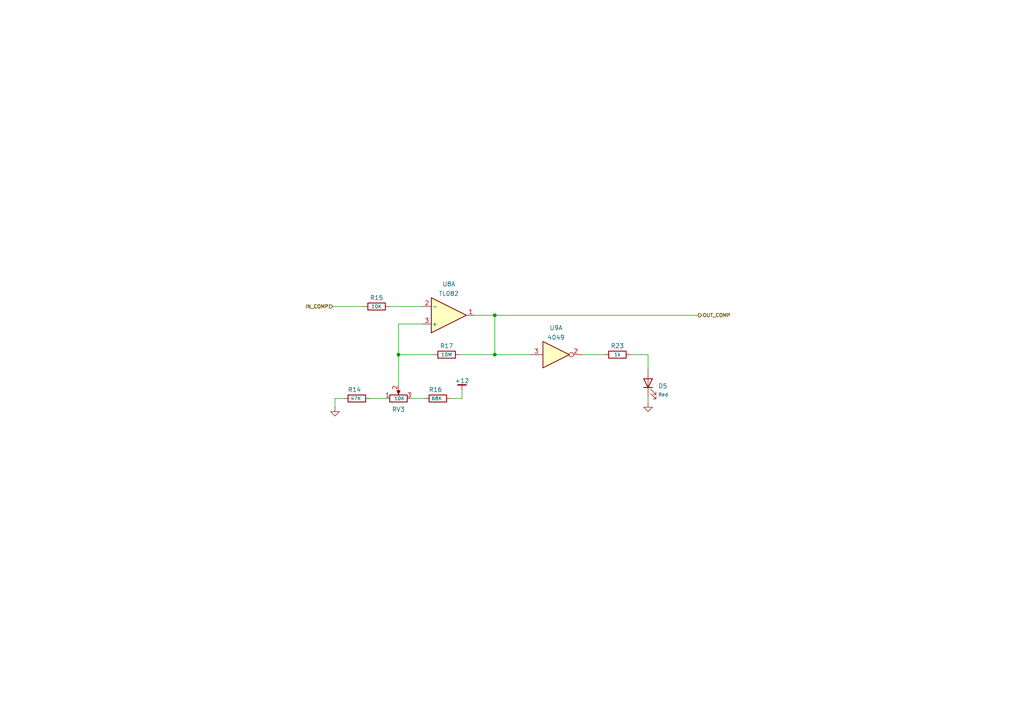
<source format=kicad_sch>
(kicad_sch (version 20211123) (generator eeschema)
  (paper "A4")
  (lib_symbols
    (symbol "4xxx:4049" (pin_names (offset 1.016))
      (property "Reference" "U" (at 0 1.27 0))
      (property "Value" "4049" (at 0 -1.27 0))
      (symbol "4049_1_0"
        (polyline (pts (xy -3.81 3.81) (xy -3.81 -3.81) (xy 3.81 0) (xy -3.81 3.81)) (stroke (width 0.254)) (fill (type background)))
        (pin output inverted (at 7.62 0 180) (length 3.81) (name "~") (number "2"))
        (pin input line (at -7.62 0 0) (length 3.81) (name "~") (number "3"))
      )
      (symbol "4049_2_0"
        (polyline (pts (xy -3.81 3.81) (xy -3.81 -3.81) (xy 3.81 0) (xy -3.81 3.81)) (stroke (width 0.254)) (fill (type background)))
        (pin output inverted (at 7.62 0 180) (length 3.81) (name "~") (number "4"))
        (pin input line (at -7.62 0 0) (length 3.81) (name "~") (number "5"))
      )
      (symbol "4049_3_0"
        (polyline (pts (xy -3.81 3.81) (xy -3.81 -3.81) (xy 3.81 0) (xy -3.81 3.81)) (stroke (width 0.254)) (fill (type background)))
        (pin output inverted (at 7.62 0 180) (length 3.81) (name "~") (number "6"))
        (pin input line (at -7.62 0 0) (length 3.81) (name "~") (number "7"))
      )
      (symbol "4049_4_0"
        (polyline (pts (xy -3.81 3.81) (xy -3.81 -3.81) (xy 3.81 0) (xy -3.81 3.81)) (stroke (width 0.254)) (fill (type background)))
        (pin output inverted (at 7.62 0 180) (length 3.81) (name "~") (number "10"))
        (pin input line (at -7.62 0 0) (length 3.81) (name "~") (number "9"))
      )
      (symbol "4049_5_0"
        (polyline (pts (xy -3.81 3.81) (xy -3.81 -3.81) (xy 3.81 0) (xy -3.81 3.81)) (stroke (width 0.254)) (fill (type background)))
        (pin input line (at -7.62 0 0) (length 3.81) (name "~") (number "11"))
        (pin output inverted (at 7.62 0 180) (length 3.81) (name "~") (number "12"))
      )
      (symbol "4049_6_0"
        (polyline (pts (xy -3.81 3.81) (xy -3.81 -3.81) (xy 3.81 0) (xy -3.81 3.81)) (stroke (width 0.254)) (fill (type background)))
        (pin input line (at -7.62 0 0) (length 3.81) (name "~") (number "14"))
        (pin output inverted (at 7.62 0 180) (length 3.81) (name "~") (number "15"))
      )
      (symbol "4049_7_0"
        (pin power_in line (at 0 12.7 270) (length 5.08) (name "VCC") (number "1"))
        (pin power_in line (at 0 -12.7 90) (length 5.08) (name "VSS") (number "8"))
      )
      (symbol "4049_7_1"
        (rectangle (start -5.08 7.62) (end 5.08 -7.62) (stroke (width 0.254)) (fill (type background)))
      )
    )
    (symbol "Amplifier_Operational:TL082" (pin_names (offset 0.127))
      (property "Reference" "U" (at 0 5.08 0))
      (property "Value" "TL082" (at 0 -5.08 0))
      (symbol "TL082_1_1"
        (polyline (pts (xy -5.08 5.08) (xy 5.08 0) (xy -5.08 -5.08) (xy -5.08 5.08)) (stroke (width 0.254)) (fill (type background)))
        (pin output line (at 7.62 0 180) (length 2.54) (name "~") (number "1"))
        (pin input line (at -7.62 -2.54 0) (length 2.54) (name "-") (number "2"))
        (pin input line (at -7.62 2.54 0) (length 2.54) (name "+") (number "3"))
      )
      (symbol "TL082_2_1"
        (polyline (pts (xy -5.08 5.08) (xy 5.08 0) (xy -5.08 -5.08) (xy -5.08 5.08)) (stroke (width 0.254)) (fill (type background)))
        (pin input line (at -7.62 2.54 0) (length 2.54) (name "+") (number "5"))
        (pin input line (at -7.62 -2.54 0) (length 2.54) (name "-") (number "6"))
        (pin output line (at 7.62 0 180) (length 2.54) (name "~") (number "7"))
      )
      (symbol "TL082_3_1"
        (pin power_in line (at -2.54 -7.62 90) (length 3.81) (name "V-") (number "4"))
        (pin power_in line (at -2.54 7.62 270) (length 3.81) (name "V+") (number "8"))
      )
    )
    (symbol "Device:LED" (pin_numbers hide) (pin_names (offset 1.016) hide)
      (property "Reference" "D" (at 0 2.54 0))
      (property "Value" "Device_LED" (at 0 -2.54 0))
      (symbol "LED_0_1"
        (polyline (pts (xy -1.27 -1.27) (xy -1.27 1.27)) (stroke (width 0.254)))
        (polyline (pts (xy -1.27 0) (xy 1.27 0)))
        (polyline (pts (xy 1.27 -1.27) (xy 1.27 1.27) (xy -1.27 0) (xy 1.27 -1.27)) (stroke (width 0.254)))
        (polyline (pts (xy -3.048 -0.762) (xy -4.572 -2.286) (xy -3.81 -2.286) (xy -4.572 -2.286) (xy -4.572 -1.524)))
        (polyline (pts (xy -1.778 -0.762) (xy -3.302 -2.286) (xy -2.54 -2.286) (xy -3.302 -2.286) (xy -3.302 -1.524)))
      )
      (symbol "LED_1_1"
        (pin passive line (at -3.81 0 0) (length 2.54) (name "K") (number "1"))
        (pin passive line (at 3.81 0 180) (length 2.54) (name "A") (number "2"))
      )
    )
    (symbol "Device:R" (pin_numbers hide) (pin_names (offset 0))
      (property "Reference" "R" (at 2.032 0 90))
      (property "Value" "Device_R" (at 0 0 90))
      (symbol "R_0_1"
        (rectangle (start -1.016 -2.54) (end 1.016 2.54) (stroke (width 0.254)))
      )
      (symbol "R_1_1"
        (pin passive line (at 0 3.81 270) (length 1.27) (name "~") (number "1"))
        (pin passive line (at 0 -3.81 90) (length 1.27) (name "~") (number "2"))
      )
    )
    (symbol "Device:R_POT" (pin_names (offset 1.016) hide)
      (property "Reference" "RV" (at -4.445 0 90))
      (property "Value" "Device_R_POT" (at -2.54 0 90))
      (symbol "R_POT_0_1"
        (polyline (pts (xy 2.54 0) (xy 1.524 0)))
        (polyline (pts (xy 1.143 0) (xy 2.286 0.508) (xy 2.286 -0.508) (xy 1.143 0)) (fill (type outline)))
        (rectangle (start 1.016 2.54) (end -1.016 -2.54) (stroke (width 0.254)))
      )
      (symbol "R_POT_1_1"
        (pin passive line (at 0 3.81 270) (length 1.27) (name "1") (number "1"))
        (pin passive line (at 3.81 0 180) (length 1.27) (name "2") (number "2"))
        (pin passive line (at 0 -3.81 90) (length 1.27) (name "3") (number "3"))
      )
    )
    (symbol "Diode:1N4148" (pin_numbers hide) (pin_names (offset 1.016) hide)
      (property "Reference" "D" (at 0 2.54 0))
      (property "Value" "Diode_1N4148" (at 0 -2.54 0))
      (symbol "1N4148_0_1"
        (polyline (pts (xy -1.27 1.27) (xy -1.27 -1.27)) (stroke (width 0.254)))
        (polyline (pts (xy 1.27 0) (xy -1.27 0)))
        (polyline (pts (xy 1.27 1.27) (xy 1.27 -1.27) (xy -1.27 0) (xy 1.27 1.27)) (stroke (width 0.254)))
      )
      (symbol "1N4148_1_1"
        (pin passive line (at -3.81 0 0) (length 2.54) (name "K") (number "1"))
        (pin passive line (at 3.81 0 180) (length 2.54) (name "A") (number "2"))
      )
    )
    (symbol "LED_1" (pin_numbers hide) (pin_names (offset 1.016) hide)
      (property "Reference" "D" (at 0 2.54 0))
      (property "Value" "LED_1" (at 0 -2.54 0))
      (symbol "LED_1_0_1"
        (polyline (pts (xy -1.27 -1.27) (xy -1.27 1.27)) (stroke (width 0.254)))
        (polyline (pts (xy -1.27 0) (xy 1.27 0)))
        (polyline (pts (xy 1.27 -1.27) (xy 1.27 1.27) (xy -1.27 0) (xy 1.27 -1.27)) (stroke (width 0.254)))
        (polyline (pts (xy -3.048 -0.762) (xy -4.572 -2.286) (xy -3.81 -2.286) (xy -4.572 -2.286) (xy -4.572 -1.524)))
        (polyline (pts (xy -1.778 -0.762) (xy -3.302 -2.286) (xy -2.54 -2.286) (xy -3.302 -2.286) (xy -3.302 -1.524)))
      )
      (symbol "LED_1_1_1"
        (pin passive line (at -3.81 0 0) (length 2.54) (name "K") (number "1"))
        (pin passive line (at 3.81 0 180) (length 2.54) (name "A") (number "2"))
      )
    )
    (symbol "Relay:DIPxx-1Cxx-51x"
      (property "Reference" "K" (at 11.43 3.81 0))
      (property "Value" "Relay_DIPxx-1Cxx-51x" (at 11.43 1.27 0))
      (symbol "DIPxx-1Cxx-51x_0_0"
        (polyline (pts (xy 2.54 5.08) (xy 2.54 2.54) (xy 3.175 3.175) (xy 2.54 3.81)) (fill (type outline)))
        (polyline (pts (xy 7.62 5.08) (xy 7.62 2.54) (xy 6.985 3.175) (xy 7.62 3.81)))
      )
      (symbol "DIPxx-1Cxx-51x_0_1"
        (rectangle (start -10.16 5.08) (end 10.16 -5.08) (stroke (width 0.254)) (fill (type background)))
        (rectangle (start -8.255 1.905) (end -1.905 -1.905) (stroke (width 0.254)))
        (polyline (pts (xy -7.62 -1.905) (xy -2.54 1.905)) (stroke (width 0.254)))
        (polyline (pts (xy -5.08 -5.08) (xy -5.08 -1.905)))
        (polyline (pts (xy -5.08 5.08) (xy -5.08 1.905)))
        (polyline (pts (xy -1.905 0) (xy -1.27 0)) (stroke (width 0.254)))
        (polyline (pts (xy -0.635 0) (xy 0 0)) (stroke (width 0.254)))
        (polyline (pts (xy 0.635 0) (xy 1.27 0)) (stroke (width 0.254)))
        (polyline (pts (xy 1.905 0) (xy 2.54 0)) (stroke (width 0.254)))
        (polyline (pts (xy 3.175 0) (xy 3.81 0)) (stroke (width 0.254)))
        (polyline (pts (xy 5.08 -2.54) (xy 3.175 3.81)) (stroke (width 0.508)))
        (polyline (pts (xy 5.08 -2.54) (xy 5.08 -5.08)))
      )
      (symbol "DIPxx-1Cxx-51x_1_1"
        (pin passive line (at 2.54 7.62 270) (length 2.54) (name "~") (number "1"))
        (pin passive line (at 7.62 7.62 270) (length 2.54) (name "~") (number "14"))
        (pin passive line (at -5.08 -7.62 90) (length 2.54) (name "~") (number "2"))
        (pin passive line (at -5.08 7.62 270) (length 2.54) (name "~") (number "6"))
        (pin passive line (at 5.08 -7.62 90) (length 2.54) (name "~") (number "7"))
        (pin passive line (at 5.08 -7.62 90) (length 2.54) hide (name "~") (number "8"))
      )
    )
    (symbol "Transistor_BJT:BC848" (pin_names (offset 0) hide)
      (property "Reference" "Q" (at 5.08 1.905 0))
      (property "Value" "Transistor_BJT_BC848" (at 5.08 0 0))
      (symbol "BC848_0_1"
        (polyline (pts (xy 0.635 0.635) (xy 2.54 2.54)))
        (polyline (pts (xy 0.635 -0.635) (xy 2.54 -2.54) (xy 2.54 -2.54)))
        (polyline (pts (xy 0.635 1.905) (xy 0.635 -1.905) (xy 0.635 -1.905)) (stroke (width 0.508)))
        (polyline (pts (xy 1.27 -1.778) (xy 1.778 -1.27) (xy 2.286 -2.286) (xy 1.27 -1.778) (xy 1.27 -1.778)) (fill (type outline)))
        (circle (center 1.27 0) (radius 2.8194) (stroke (width 0.254)))
      )
      (symbol "BC848_1_1"
        (pin input line (at -5.08 0 0) (length 5.715) (name "B") (number "1"))
        (pin passive line (at 2.54 -5.08 90) (length 2.54) (name "E") (number "2"))
        (pin passive line (at 2.54 5.08 270) (length 2.54) (name "C") (number "3"))
      )
    )
    (symbol "power1:+12" (power) (pin_names (offset 0))
      (property "Value" "+12" (at 0 2.54 0))
      (symbol "+12_0_1"
        (polyline (pts (xy 0 0.762) (xy 0 0)))
        (polyline (pts (xy 0 1.27) (xy 0 0.762)))
        (polyline (pts (xy -1.27 1.524) (xy 1.27 1.524) (xy 1.27 1.27) (xy -1.27 1.27) (xy -1.27 1.524)) (fill (type outline)))
      )
      (symbol "+12_1_1"
        (pin power_in line (at 0 0 90) (length 0) hide (name "+12") (number "1"))
      )
    )
    (symbol "power1:+24" (power) (pin_names (offset 0))
      (property "Value" "+24" (at 0 2.54 0))
      (symbol "+24_0_1"
        (polyline (pts (xy 0 0.762) (xy 0 0)))
        (polyline (pts (xy 0 1.27) (xy 0 0.762)))
        (polyline (pts (xy -1.27 1.524) (xy 1.27 1.524) (xy 1.27 1.27) (xy -1.27 1.27) (xy -1.27 1.524)) (fill (type outline)))
      )
      (symbol "+24_1_1"
        (pin power_in line (at 0 0 90) (length 0) hide (name "+24") (number "1"))
      )
    )
    (symbol "power:GND" (power) (pin_names (offset 0))
      (property "Value" "power_GND" (at 0 -3.81 0))
      (symbol "GND_0_1"
        (polyline (pts (xy 0 0) (xy 0 -1.27) (xy 1.27 -1.27) (xy 0 -2.54) (xy -1.27 -1.27) (xy 0 -1.27)))
      )
      (symbol "GND_1_1"
        (pin power_in line (at 0 0 270) (length 0) hide (name "GND") (number "1"))
      )
    )
  )
  (junction (at 115.57 102.87))
  (junction (at 143.51 102.87))
  (junction (at 331.47 78.74))
  (junction (at 331.47 63.5))
  (junction (at 143.51 91.44))
  (wire (pts (xy 347.98 78.74) (xy 331.47 78.74)))
  (wire (pts (xy 143.51 102.87) (xy 143.51 91.44)))
  (wire (pts (xy 331.47 107.95) (xy 331.47 102.87)))
  (wire (pts (xy 143.51 91.44) (xy 137.795 91.44)))
  (wire (pts (xy 331.47 58.42) (xy 331.47 63.5)))
  (wire (pts (xy 96.52 88.9) (xy 105.41 88.9)))
  (wire (pts (xy 331.47 63.5) (xy 331.47 68.58)))
  (wire (pts (xy 133.35 102.87) (xy 143.51 102.87)))
  (wire (pts (xy 97.155 118.11) (xy 97.155 115.57)))
  (wire (pts (xy 133.985 115.57) (xy 133.985 113.03)))
  (wire (pts (xy 331.47 95.25) (xy 331.47 92.71)))
  (wire (pts (xy 122.555 93.98) (xy 115.57 93.98)))
  (wire (pts (xy 97.155 115.57) (xy 99.695 115.57)))
  (wire (pts (xy 115.57 102.87) (xy 115.57 111.76)))
  (wire (pts (xy 168.91 102.87) (xy 175.26 102.87)))
  (wire (pts (xy 113.03 88.9) (xy 122.555 88.9)))
  (wire (pts (xy 187.96 114.935) (xy 187.96 116.84)))
  (wire (pts (xy 182.88 102.87) (xy 187.96 102.87)))
  (wire (pts (xy 331.47 82.55) (xy 331.47 78.74)))
  (wire (pts (xy 187.96 102.87) (xy 187.96 107.315)))
  (wire (pts (xy 347.98 63.5) (xy 331.47 63.5)))
  (wire (pts (xy 107.315 115.57) (xy 111.76 115.57)))
  (wire (pts (xy 119.38 115.57) (xy 123.19 115.57)))
  (wire (pts (xy 130.81 115.57) (xy 133.985 115.57)))
  (wire (pts (xy 115.57 102.87) (xy 125.73 102.87)))
  (wire (pts (xy 115.57 93.98) (xy 115.57 102.87)))
  (wire (pts (xy 143.51 102.87) (xy 153.67 102.87)))
  (wire (pts (xy 331.47 78.74) (xy 331.47 76.2)))
  (wire (pts (xy 143.51 91.44) (xy 202.565 91.44)))
  (hierarchical_label "OUT_COMP" (shape output) (at 202.565 91.44 0) (effects (font (size 1.016 1.016) (thickness 0.2032) bold)))
  (hierarchical_label "IN_COMP" (shape input) (at 96.52 88.9 180) (effects (font (size 1.016 1.016) (thickness 0.2032) bold)))
  (symbol (lib_id "Relay:DIPxx-1Cxx-51x") (at 353.06 71.12 0) (unit 1)
    (property "Reference" "K1" (at 363.982 69.9516 0) (effects (justify left)))
    (property "Value" "DIPxx-1Cxx-51x" (at 363.982 72.263 0) (effects (justify left)))
    (property "Footprint" "Relay_THT:Relay_StandexMeder_DIP_LowProfile" (effects hide))
    (property "Datasheet" "https://standexelectronics.com/wp-content/uploads/datasheet_reed_relay_DIP.pdf" (effects hide))
  )
  (symbol (lib_id "Device:R") (at 313.69 88.9 90) (unit 1)
    (property "Reference" "R24" (at 313.69 83.6422 90))
    (property "Value" "6.8K" (at 313.69 85.9536 90))
    (property "Footprint" "Resistor_SMD:R_0603_1608Metric_Pad0.98x0.95mm_HandSolder" (effects hide))
  )
  (symbol (lib_id "Device:R") (at 109.22 88.9 270) (unit 1)
    (property "Reference" "R15" (at 109.22 86.36 90))
    (property "Value" "10K" (at 109.22 88.9 90) (effects (font (size 1.016 1.016))))
    (property "Footprint" "Resistor_SMD:R_0603_1608Metric_Pad0.98x0.95mm_HandSolder" (effects hide))
  )
  (symbol (lib_id "Device:R") (at 129.54 102.87 270) (unit 1)
    (property "Reference" "R17" (at 129.54 100.33 90))
    (property "Value" "10M" (at 129.54 102.87 90) (effects (font (size 1.016 1.016))))
    (property "Footprint" "Resistor_SMD:R_0603_1608Metric_Pad0.98x0.95mm_HandSolder" (effects hide))
  )
  (symbol (lib_id "Transistor_BJT:BC848") (at 328.93 87.63 0) (unit 1)
    (property "Reference" "Q4" (at 333.7814 86.4616 0) (effects (justify left)))
    (property "Value" "BC848" (at 333.7814 88.773 0) (effects (justify left)))
    (property "Footprint" "Package_TO_SOT_SMD:SOT-23" (effects hide))
    (property "Datasheet" "http://www.infineon.com/dgdl/Infineon-BC847SERIES_BC848SERIES_BC849SERIES_BC850SERIES-DS-v01_01-en.pdf?fileId=db3a304314dca389011541d4630a1657" (effects hide))
  )
  (symbol (lib_id "Device:LED") (at 331.47 99.06 90) (unit 1)
    (property "Reference" "D7" (at 334.4672 98.0694 90) (effects (justify right)))
    (property "Value" "LED" (at 334.4672 100.3808 90) (effects (justify right)))
    (property "Footprint" "LED_SMD:LED_1206_3216Metric" (effects hide))
    (property "Datasheet" "https://www.aopled.com/AOP_PDFs/L152L-LIC.pdf" (effects hide))
  )
  (symbol (lib_id "power:GND") (at 331.47 107.95 0) (unit 1)
    (property "Reference" "#PWR029" (effects hide))
    (property "Value" "GND" (at 331.597 112.3442 0))
  )
  (symbol (lib_id "Diode:1N4148") (at 331.47 72.39 270) (unit 1)
    (property "Reference" "D6" (at 333.502 71.2216 90) (effects (justify left)))
    (property "Value" "1N4148" (at 333.502 73.533 90) (effects (justify left)))
    (property "Footprint" "Diode_SMD:D_SOD-323" (effects hide))
    (property "Datasheet" "https://www.diodes.com/assets/Datasheets/1N4148WSF.pdf" (effects hide))
  )
  (symbol (lib_id "4xxx:4049") (at 161.29 102.87 0) (unit 1)
    (property "Reference" "U9" (at 161.29 95.0935 0))
    (property "Value" "4049" (at 161.29 97.8686 0))
    (property "Datasheet" "http://www.intersil.com/content/dam/intersil/documents/cd40/cd4049ubms.pdf" (effects hide))
  )
  (symbol (lib_id "power:GND") (at 97.155 118.11 0) (unit 1)
    (property "Reference" "#PWR025" (effects hide))
    (property "Value" "GND" (effects hide))
  )
  (symbol (lib_id "Device:R_POT") (at 115.57 115.57 90) (unit 1)
    (property "Reference" "RV3" (at 113.665 118.745 90) (effects (justify right)))
    (property "Value" "10K" (at 114.3 115.57 90) (effects (font (size 1.016 1.016)) (justify right)))
    (property "Footprint" "Potentiometer_SMD:Potentiometer_Vishay_TS53YL_Vertical" (effects hide))
    (property "Datasheet" "https://www.vishay.com/docs/51008/ts53.pdf" (effects hide))
  )
  (symbol (lib_name "LED_1") (lib_id "Device:LED") (at 187.96 111.125 90) (unit 1)
    (property "Reference" "D5" (at 190.881 111.9603 90) (effects (justify right)))
    (property "Value" "Red" (at 190.881 114.4833 90) (effects (font (size 1.016 1.016)) (justify right)))
  )
  (symbol (lib_id "Device:R") (at 103.505 115.57 90) (unit 1)
    (property "Reference" "R14" (at 104.775 113.03 90) (effects (justify left)))
    (property "Value" "47K" (at 104.775 115.57 90) (effects (font (size 1.016 1.016)) (justify left)))
    (property "Footprint" "Resistor_SMD:R_0603_1608Metric_Pad0.98x0.95mm_HandSolder" (effects hide))
  )
  (symbol (lib_id "Device:R") (at 127 115.57 90) (unit 1)
    (property "Reference" "R16" (at 128.27 113.03 90) (effects (justify left)))
    (property "Value" "68K" (at 128.27 115.57 90) (effects (font (size 1.016 1.016)) (justify left)))
    (property "Footprint" "Resistor_SMD:R_0603_1608Metric_Pad0.98x0.95mm_HandSolder" (effects hide))
  )
  (symbol (lib_id "power1:+24") (at 331.47 58.42 0) (unit 1)
    (property "Reference" "#PWR028" (effects hide))
    (property "Value" "+24" (at 331.47 55.8315 0))
  )
  (symbol (lib_id "power1:+12") (at 133.985 113.03 0) (unit 1)
    (property "Reference" "#PWR026" (effects hide))
    (property "Value" "+12" (at 133.985 110.4415 0))
  )
  (symbol (lib_id "Amplifier_Operational:TL082") (at 130.175 91.44 0) (mirror x) (unit 1)
    (property "Reference" "U8" (at 130.175 82.3935 0))
    (property "Value" "TL082" (at 130.175 85.1686 0))
    (property "Datasheet" "http://www.ti.com/lit/ds/symlink/tl081.pdf" (effects hide))
  )
  (symbol (lib_id "Device:R") (at 179.07 102.87 270) (unit 1)
    (property "Reference" "R23" (at 179.07 100.33 90))
    (property "Value" "1k" (at 179.07 102.87 90) (effects (font (size 1.016 1.016))))
    (property "Footprint" "Resistor_SMD:R_0603_1608Metric_Pad0.98x0.95mm_HandSolder" (effects hide))
  )
  (symbol (lib_id "power:GND") (at 187.96 116.84 0) (unit 1)
    (property "Reference" "#PWR027" (effects hide))
    (property "Value" "GND" (effects hide))
  )
)
</source>
